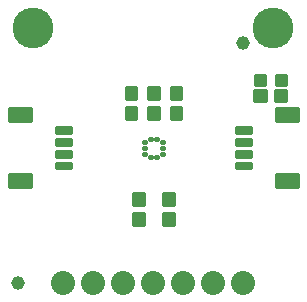
<source format=gts>
G04 EAGLE Gerber RS-274X export*
G75*
%MOMM*%
%FSLAX34Y34*%
%LPD*%
%INSoldermask Top*%
%IPPOS*%
%AMOC8*
5,1,8,0,0,1.08239X$1,22.5*%
G01*
%ADD10C,0.253438*%
%ADD11C,0.243431*%
%ADD12C,0.255816*%
%ADD13C,0.253525*%
%ADD14C,3.454400*%
%ADD15C,1.152400*%
%ADD16C,2.032000*%
%ADD17C,0.449434*%


D10*
X135540Y126245D02*
X133700Y126245D01*
X133700Y127935D01*
X135540Y127935D01*
X135540Y126245D01*
X135540Y131245D02*
X133700Y131245D01*
X133700Y132935D01*
X135540Y132935D01*
X135540Y131245D01*
X135540Y121245D02*
X133700Y121245D01*
X133700Y122935D01*
X135540Y122935D01*
X135540Y121245D01*
X120390Y126245D02*
X118550Y126245D01*
X118550Y127935D01*
X120390Y127935D01*
X120390Y126245D01*
X120390Y131245D02*
X118550Y131245D01*
X118550Y132935D01*
X120390Y132935D01*
X120390Y131245D01*
X120390Y121245D02*
X118550Y121245D01*
X118550Y122935D01*
X120390Y122935D01*
X120390Y121245D01*
X125465Y133820D02*
X125465Y135510D01*
X125465Y133820D02*
X123625Y133820D01*
X123625Y135510D01*
X125465Y135510D01*
X130465Y135510D02*
X130465Y133820D01*
X128625Y133820D01*
X128625Y135510D01*
X130465Y135510D01*
X125465Y120360D02*
X125465Y118670D01*
X123625Y118670D01*
X123625Y120360D01*
X125465Y120360D01*
X130465Y120360D02*
X130465Y118670D01*
X128625Y118670D01*
X128625Y120360D01*
X130465Y120360D01*
D11*
X4505Y149455D02*
X4505Y160545D01*
X23595Y160545D01*
X23595Y149455D01*
X4505Y149455D01*
X4505Y151767D02*
X23595Y151767D01*
X23595Y154079D02*
X4505Y154079D01*
X4505Y156391D02*
X23595Y156391D01*
X23595Y158703D02*
X4505Y158703D01*
X4505Y104545D02*
X4505Y93455D01*
X4505Y104545D02*
X23595Y104545D01*
X23595Y93455D01*
X4505Y93455D01*
X4505Y95767D02*
X23595Y95767D01*
X23595Y98079D02*
X4505Y98079D01*
X4505Y100391D02*
X23595Y100391D01*
X23595Y102703D02*
X4505Y102703D01*
D12*
X44567Y139517D02*
X44567Y144483D01*
X57033Y144483D01*
X57033Y139517D01*
X44567Y139517D01*
X44567Y141947D02*
X57033Y141947D01*
X57033Y144377D02*
X44567Y144377D01*
X44567Y134483D02*
X44567Y129517D01*
X44567Y134483D02*
X57033Y134483D01*
X57033Y129517D01*
X44567Y129517D01*
X44567Y131947D02*
X57033Y131947D01*
X57033Y134377D02*
X44567Y134377D01*
X44567Y124483D02*
X44567Y119517D01*
X44567Y124483D02*
X57033Y124483D01*
X57033Y119517D01*
X44567Y119517D01*
X44567Y121947D02*
X57033Y121947D01*
X57033Y124377D02*
X44567Y124377D01*
X44567Y114483D02*
X44567Y109517D01*
X44567Y114483D02*
X57033Y114483D01*
X57033Y109517D01*
X44567Y109517D01*
X44567Y111947D02*
X57033Y111947D01*
X57033Y114377D02*
X44567Y114377D01*
D11*
X249495Y104545D02*
X249495Y93455D01*
X230405Y93455D01*
X230405Y104545D01*
X249495Y104545D01*
X249495Y95767D02*
X230405Y95767D01*
X230405Y98079D02*
X249495Y98079D01*
X249495Y100391D02*
X230405Y100391D01*
X230405Y102703D02*
X249495Y102703D01*
X249495Y149455D02*
X249495Y160545D01*
X249495Y149455D02*
X230405Y149455D01*
X230405Y160545D01*
X249495Y160545D01*
X249495Y151767D02*
X230405Y151767D01*
X230405Y154079D02*
X249495Y154079D01*
X249495Y156391D02*
X230405Y156391D01*
X230405Y158703D02*
X249495Y158703D01*
D12*
X209433Y114483D02*
X209433Y109517D01*
X196967Y109517D01*
X196967Y114483D01*
X209433Y114483D01*
X209433Y111947D02*
X196967Y111947D01*
X196967Y114377D02*
X209433Y114377D01*
X209433Y119517D02*
X209433Y124483D01*
X209433Y119517D02*
X196967Y119517D01*
X196967Y124483D01*
X209433Y124483D01*
X209433Y121947D02*
X196967Y121947D01*
X196967Y124377D02*
X209433Y124377D01*
X209433Y129517D02*
X209433Y134483D01*
X209433Y129517D02*
X196967Y129517D01*
X196967Y134483D01*
X209433Y134483D01*
X209433Y131947D02*
X196967Y131947D01*
X196967Y134377D02*
X209433Y134377D01*
X209433Y139517D02*
X209433Y144483D01*
X209433Y139517D02*
X196967Y139517D01*
X196967Y144483D01*
X209433Y144483D01*
X209433Y141947D02*
X196967Y141947D01*
X196967Y144377D02*
X209433Y144377D01*
D13*
X131495Y151605D02*
X131495Y161595D01*
X131495Y151605D02*
X122505Y151605D01*
X122505Y161595D01*
X131495Y161595D01*
X131495Y154013D02*
X122505Y154013D01*
X122505Y156421D02*
X131495Y156421D01*
X131495Y158829D02*
X122505Y158829D01*
X122505Y161237D02*
X131495Y161237D01*
X131495Y168605D02*
X131495Y178595D01*
X131495Y168605D02*
X122505Y168605D01*
X122505Y178595D01*
X131495Y178595D01*
X131495Y171013D02*
X122505Y171013D01*
X122505Y173421D02*
X131495Y173421D01*
X131495Y175829D02*
X122505Y175829D01*
X122505Y178237D02*
X131495Y178237D01*
D14*
X228600Y228600D03*
X25400Y228600D03*
D13*
X118795Y71425D02*
X118795Y61435D01*
X109805Y61435D01*
X109805Y71425D01*
X118795Y71425D01*
X118795Y63843D02*
X109805Y63843D01*
X109805Y66251D02*
X118795Y66251D01*
X118795Y68659D02*
X109805Y68659D01*
X109805Y71067D02*
X118795Y71067D01*
X118795Y78435D02*
X118795Y88425D01*
X118795Y78435D02*
X109805Y78435D01*
X109805Y88425D01*
X118795Y88425D01*
X118795Y80843D02*
X109805Y80843D01*
X109805Y83251D02*
X118795Y83251D01*
X118795Y85659D02*
X109805Y85659D01*
X109805Y88067D02*
X118795Y88067D01*
X135205Y88425D02*
X135205Y78435D01*
X135205Y88425D02*
X144195Y88425D01*
X144195Y78435D01*
X135205Y78435D01*
X135205Y80843D02*
X144195Y80843D01*
X144195Y83251D02*
X135205Y83251D01*
X135205Y85659D02*
X144195Y85659D01*
X144195Y88067D02*
X135205Y88067D01*
X135205Y71425D02*
X135205Y61435D01*
X135205Y71425D02*
X144195Y71425D01*
X144195Y61435D01*
X135205Y61435D01*
X135205Y63843D02*
X144195Y63843D01*
X144195Y66251D02*
X135205Y66251D01*
X135205Y68659D02*
X144195Y68659D01*
X144195Y71067D02*
X135205Y71067D01*
D15*
X12700Y12700D03*
X203200Y215900D03*
D16*
X50800Y12700D03*
X76200Y12700D03*
X101600Y12700D03*
X127000Y12700D03*
X152400Y12700D03*
X177800Y12700D03*
X203200Y12700D03*
D13*
X103455Y168605D02*
X103455Y178595D01*
X112445Y178595D01*
X112445Y168605D01*
X103455Y168605D01*
X103455Y171013D02*
X112445Y171013D01*
X112445Y173421D02*
X103455Y173421D01*
X103455Y175829D02*
X112445Y175829D01*
X112445Y178237D02*
X103455Y178237D01*
X103455Y161595D02*
X103455Y151605D01*
X103455Y161595D02*
X112445Y161595D01*
X112445Y151605D01*
X103455Y151605D01*
X103455Y154013D02*
X112445Y154013D01*
X112445Y156421D02*
X103455Y156421D01*
X103455Y158829D02*
X112445Y158829D01*
X112445Y161237D02*
X103455Y161237D01*
X150545Y161595D02*
X150545Y151605D01*
X141555Y151605D01*
X141555Y161595D01*
X150545Y161595D01*
X150545Y154013D02*
X141555Y154013D01*
X141555Y156421D02*
X150545Y156421D01*
X150545Y158829D02*
X141555Y158829D01*
X141555Y161237D02*
X150545Y161237D01*
X150545Y168605D02*
X150545Y178595D01*
X150545Y168605D02*
X141555Y168605D01*
X141555Y178595D01*
X150545Y178595D01*
X150545Y171013D02*
X141555Y171013D01*
X141555Y173421D02*
X150545Y173421D01*
X150545Y175829D02*
X141555Y175829D01*
X141555Y178237D02*
X150545Y178237D01*
D17*
X231315Y180635D02*
X231315Y187665D01*
X238345Y187665D01*
X238345Y180635D01*
X231315Y180635D01*
X231315Y184904D02*
X238345Y184904D01*
X213775Y187665D02*
X213775Y180635D01*
X213775Y187665D02*
X220805Y187665D01*
X220805Y180635D01*
X213775Y180635D01*
X213775Y184904D02*
X220805Y184904D01*
D13*
X222555Y166955D02*
X212565Y166955D01*
X212565Y175945D01*
X222555Y175945D01*
X222555Y166955D01*
X222555Y169363D02*
X212565Y169363D01*
X212565Y171771D02*
X222555Y171771D01*
X222555Y174179D02*
X212565Y174179D01*
X229565Y166955D02*
X239555Y166955D01*
X229565Y166955D02*
X229565Y175945D01*
X239555Y175945D01*
X239555Y166955D01*
X239555Y169363D02*
X229565Y169363D01*
X229565Y171771D02*
X239555Y171771D01*
X239555Y174179D02*
X229565Y174179D01*
M02*

</source>
